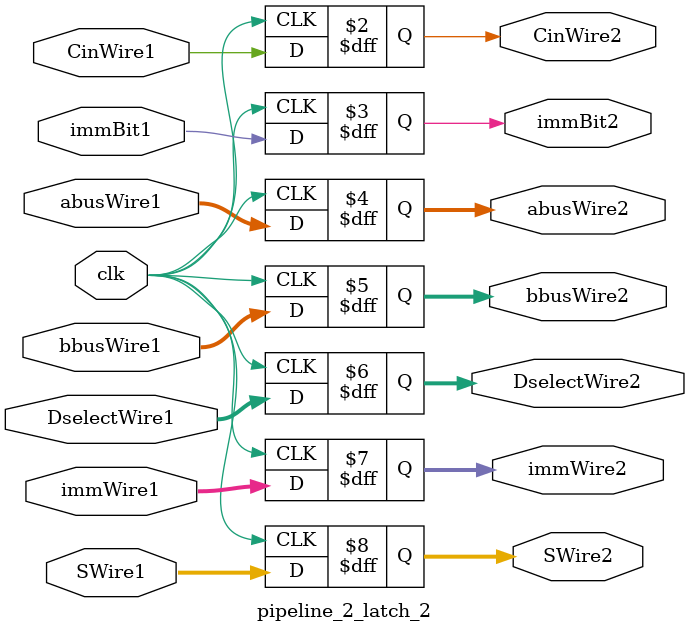
<source format=v>
module pipeline_2_latch_2(clk, abusWire1, bbusWire1, DselectWire1, immWire1, SWire1, CinWire1,immBit1,abusWire2,bbusWire2,immWire2,SWire2,CinWire2,DselectWire2,immBit2);
  input clk, CinWire1,immBit1;
  input [31:0] abusWire1, bbusWire1, DselectWire1, immWire1;
  input [2:0] SWire1;
  output CinWire2,immBit2;
  output [31:0] abusWire2, bbusWire2, DselectWire2, immWire2;
  output [2:0] SWire2;
  reg CinWire2,immBit2;
  reg [31:0] abusWire2, bbusWire2, DselectWire2, immWire2;
  reg [2:0] SWire2;
  always @(posedge clk) begin
    abusWire2 = abusWire1;
    bbusWire2 = bbusWire1;
    DselectWire2 = DselectWire1;
    immWire2 = immWire1;
    SWire2 = SWire1;
    CinWire2 = CinWire1;
    immBit2 = immBit1;
  end
endmodule
</source>
